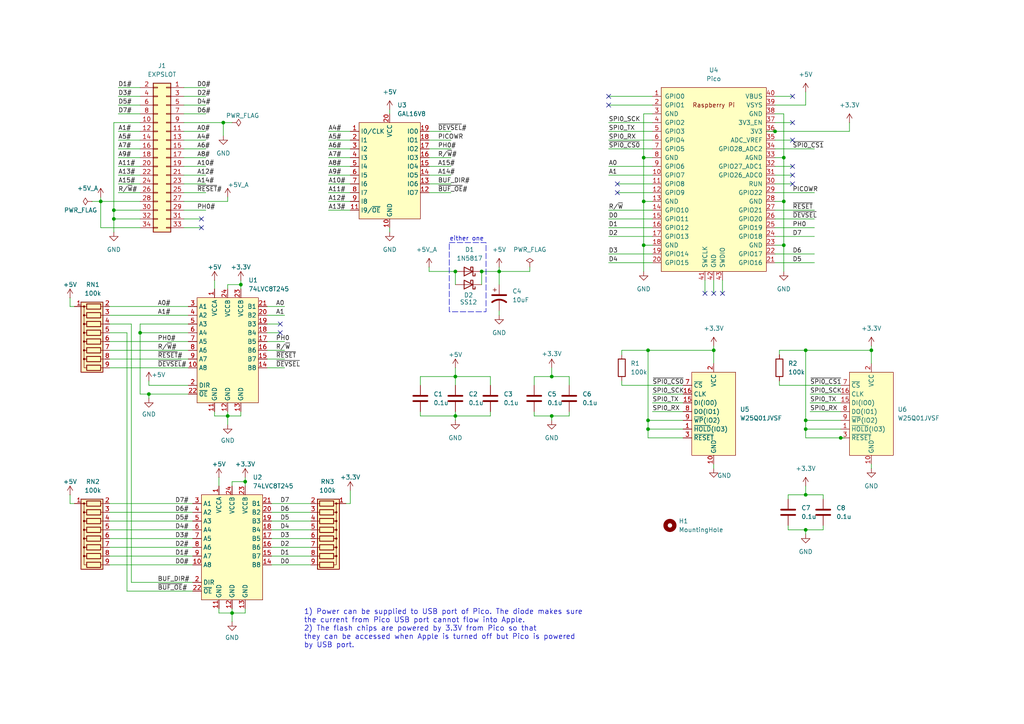
<source format=kicad_sch>
(kicad_sch (version 20250114) (generator "eeschema") (generator_version "9.0")
  (paper "A4")
  (title_block (title "MegaFlash") (date "2024-05-25") (rev "1.1"))
  (lib_symbols
    (symbol "+3.3V_1" (power) (pin_numbers (hide yes)) (pin_names (offset 0) (hide yes))
      (property "Value" "+3.3V" (at 0 3.556 0))
      (symbol "+3.3V_1_1_1"
        (pin power_in line (at 0 0 90) (length 0) (name "~") (number "1"))
      )
    )
    (symbol "+3.3V_2" (power) (pin_numbers (hide yes)) (pin_names (offset 0) (hide yes))
      (property "Value" "+3.3V" (at 0 3.556 0))
      (symbol "+3.3V_2_1_1"
        (pin power_in line (at 0 0 90) (length 0) (name "~") (number "1"))
      )
    )
    (symbol "+5V_1" (power) (pin_numbers (hide yes)) (pin_names (offset 0) (hide yes))
      (property "Value" "+5V" (at 0 3.556 0))
      (symbol "+5V_1_1_1"
        (pin power_in line (at 0 0 90) (length 0) (name "~") (number "1"))
      )
    )
    (symbol "+5V_3" (power) (pin_numbers (hide yes)) (pin_names (offset 0) (hide yes))
      (property "Value" "+5V" (at 0 3.556 0))
      (symbol "+5V_3_1_1"
        (pin power_in line (at 0 0 90) (length 0) (name "~") (number "1"))
      )
    )
    (symbol "+5V_5" (power) (pin_numbers (hide yes)) (pin_names (offset 0) (hide yes))
      (property "Value" "+5V" (at 0 3.556 0))
      (symbol "+5V_5_1_1"
        (pin power_in line (at 0 0 90) (length 0) (name "~") (number "1"))
      )
    )
    (symbol "Connector_Generic:Conn_02x17_Odd_Even" (pin_names (offset 1.016) (hide yes))
      (property "Reference" "J" (at 1.27 22.86 0))
      (property "Value" "Conn_02x17_Odd_Even" (at 1.27 -22.86 0))
      (symbol "Conn_02x17_Odd_Even_1_1"
        (pin passive line (at -5.08 20.32 0) (length 3.81) (name "Pin_1") (number "1"))
        (pin passive line (at -5.08 17.78 0) (length 3.81) (name "Pin_3") (number "3"))
        (pin passive line (at -5.08 15.24 0) (length 3.81) (name "Pin_5") (number "5"))
        (pin passive line (at -5.08 12.7 0) (length 3.81) (name "Pin_7") (number "7"))
        (pin passive line (at -5.08 10.16 0) (length 3.81) (name "Pin_9") (number "9"))
        (pin passive line (at -5.08 7.62 0) (length 3.81) (name "Pin_11") (number "11"))
        (pin passive line (at -5.08 5.08 0) (length 3.81) (name "Pin_13") (number "13"))
        (pin passive line (at -5.08 2.54 0) (length 3.81) (name "Pin_15") (number "15"))
        (pin passive line (at -5.08 0 0) (length 3.81) (name "Pin_17") (number "17"))
        (pin passive line (at -5.08 -2.54 0) (length 3.81) (name "Pin_19") (number "19"))
        (pin passive line (at -5.08 -5.08 0) (length 3.81) (name "Pin_21") (number "21"))
        (pin passive line (at -5.08 -7.62 0) (length 3.81) (name "Pin_23") (number "23"))
        (pin passive line (at -5.08 -10.16 0) (length 3.81) (name "Pin_25") (number "25"))
        (pin passive line (at -5.08 -12.7 0) (length 3.81) (name "Pin_27") (number "27"))
        (pin passive line (at -5.08 -15.24 0) (length 3.81) (name "Pin_29") (number "29"))
        (pin passive line (at -5.08 -17.78 0) (length 3.81) (name "Pin_31") (number "31"))
        (pin passive line (at -5.08 -20.32 0) (length 3.81) (name "Pin_33") (number "33"))
        (pin passive line (at 7.62 20.32 180) (length 3.81) (name "Pin_2") (number "2"))
        (pin passive line (at 7.62 17.78 180) (length 3.81) (name "Pin_4") (number "4"))
        (pin passive line (at 7.62 15.24 180) (length 3.81) (name "Pin_6") (number "6"))
        (pin passive line (at 7.62 12.7 180) (length 3.81) (name "Pin_8") (number "8"))
        (pin passive line (at 7.62 10.16 180) (length 3.81) (name "Pin_10") (number "10"))
        (pin passive line (at 7.62 7.62 180) (length 3.81) (name "Pin_12") (number "12"))
        (pin passive line (at 7.62 5.08 180) (length 3.81) (name "Pin_14") (number "14"))
        (pin passive line (at 7.62 2.54 180) (length 3.81) (name "Pin_16") (number "16"))
        (pin passive line (at 7.62 0 180) (length 3.81) (name "Pin_18") (number "18"))
        (pin passive line (at 7.62 -2.54 180) (length 3.81) (name "Pin_20") (number "20"))
        (pin passive line (at 7.62 -5.08 180) (length 3.81) (name "Pin_22") (number "22"))
        (pin passive line (at 7.62 -7.62 180) (length 3.81) (name "Pin_24") (number "24"))
        (pin passive line (at 7.62 -10.16 180) (length 3.81) (name "Pin_26") (number "26"))
        (pin passive line (at 7.62 -12.7 180) (length 3.81) (name "Pin_28") (number "28"))
        (pin passive line (at 7.62 -15.24 180) (length 3.81) (name "Pin_30") (number "30"))
        (pin passive line (at 7.62 -17.78 180) (length 3.81) (name "Pin_32") (number "32"))
        (pin passive line (at 7.62 -20.32 180) (length 3.81) (name "Pin_34") (number "34"))
      )
    )
    (symbol "Device:C" (pin_numbers (hide yes)) (pin_names (offset 0.254))
      (property "Reference" "C" (at 0.635 2.54 0))
      (property "Value" "C" (at 0.635 -2.54 0))
      (symbol "C_1_1"
        (pin passive line (at 0 3.81 270) (length 2.794) (name "~") (number "1"))
        (pin passive line (at 0 -3.81 90) (length 2.794) (name "~") (number "2"))
      )
    )
    (symbol "Device:C_Polarized_US" (pin_numbers (hide yes)) (pin_names (offset 0.254) (hide yes))
      (property "Reference" "C" (at 0.635 2.54 0))
      (property "Value" "C_Polarized_US" (at 0.635 -2.54 0))
      (symbol "C_Polarized_US_1_1"
        (pin passive line (at 0 3.81 270) (length 2.794) (name "~") (number "1"))
        (pin passive line (at 0 -3.81 90) (length 3.302) (name "~") (number "2"))
      )
    )
    (symbol "Device:R" (pin_numbers (hide yes)) (pin_names (offset 0))
      (property "Reference" "R" (at 2.032 0 90))
      (property "Value" "R" (at 0 0 90))
      (symbol "R_1_1"
        (pin passive line (at 0 3.81 270) (length 1.27) (name "~") (number "1"))
        (pin passive line (at 0 -3.81 90) (length 1.27) (name "~") (number "2"))
      )
    )
    (symbol "Device:R_Network08" (pin_names (offset 0) (hide yes))
      (property "Reference" "RN" (at -12.7 0 90))
      (property "Value" "R_Network08" (at 10.16 0 90))
      (symbol "R_Network08_1_1"
        (pin passive line (at -10.16 5.08 270) (length 2.54) (name "common") (number "1"))
        (pin passive line (at -10.16 -5.08 90) (length 1.27) (name "R1") (number "2"))
        (pin passive line (at -7.62 -5.08 90) (length 1.27) (name "R2") (number "3"))
        (pin passive line (at -5.08 -5.08 90) (length 1.27) (name "R3") (number "4"))
        (pin passive line (at -2.54 -5.08 90) (length 1.27) (name "R4") (number "5"))
        (pin passive line (at 0 -5.08 90) (length 1.27) (name "R5") (number "6"))
        (pin passive line (at 2.54 -5.08 90) (length 1.27) (name "R6") (number "7"))
        (pin passive line (at 5.08 -5.08 90) (length 1.27) (name "R7") (number "8"))
        (pin passive line (at 7.62 -5.08 90) (length 1.27) (name "R8") (number "9"))
      )
    )
    (symbol "Diode:1N5817" (pin_numbers (hide yes)) (pin_names (offset 1.016) (hide yes))
      (property "Reference" "D" (at 0 2.54 0))
      (property "Value" "1N5817" (at 0 -2.54 0))
      (symbol "1N5817_1_1"
        (pin passive line (at -3.81 0 0) (length 2.54) (name "K") (number "1"))
        (pin passive line (at 3.81 0 180) (length 2.54) (name "A") (number "2"))
      )
    )
    (symbol "Diode:SS12" (pin_numbers (hide yes)) (pin_names (offset 1.016) (hide yes))
      (property "Reference" "D" (at 0 2.54 0))
      (property "Value" "SS12" (at 0 -2.54 0))
      (symbol "SS12_1_1"
        (pin passive line (at -3.81 0 0) (length 2.54) (name "K") (number "1"))
        (pin passive line (at 3.81 0 180) (length 2.54) (name "A") (number "2"))
      )
    )
    (symbol "GND_1" (power) (pin_numbers (hide yes)) (pin_names (offset 0) (hide yes))
      (property "Value" "GND" (at 0 -3.81 0))
      (symbol "GND_1_1_1"
        (pin power_in line (at 0 0 270) (length 0) (name "~") (number "1"))
      )
    )
    (symbol "GND_2" (power) (pin_numbers (hide yes)) (pin_names (offset 0) (hide yes))
      (property "Value" "GND" (at 0 -3.81 0))
      (symbol "GND_2_1_1"
        (pin power_in line (at 0 0 270) (length 0) (name "~") (number "1"))
      )
    )
    (symbol "GND_4" (power) (pin_numbers (hide yes)) (pin_names (offset 0) (hide yes))
      (property "Value" "GND" (at 0 -3.81 0))
      (symbol "GND_4_1_1"
        (pin power_in line (at 0 0 270) (length 0) (name "~") (number "1"))
      )
    )
    (symbol "GND_5" (power) (pin_numbers (hide yes)) (pin_names (offset 0) (hide yes))
      (property "Value" "GND" (at 0 -3.81 0))
      (symbol "GND_5_1_1"
        (pin power_in line (at 0 0 270) (length 0) (name "~") (number "1"))
      )
    )
    (symbol "GND_6" (power) (pin_numbers (hide yes)) (pin_names (offset 0) (hide yes))
      (property "Value" "GND" (at 0 -3.81 0))
      (symbol "GND_6_1_1"
        (pin power_in line (at 0 0 270) (length 0) (name "~") (number "1"))
      )
    )
    (symbol "GND_7" (power) (pin_numbers (hide yes)) (pin_names (offset 0) (hide yes))
      (property "Value" "GND" (at 0 -3.81 0))
      (symbol "GND_7_1_1"
        (pin power_in line (at 0 0 270) (length 0) (name "~") (number "1"))
      )
    )
    (symbol "GND_8" (power) (pin_numbers (hide yes)) (pin_names (offset 0) (hide yes))
      (property "Value" "GND" (at 0 -3.81 0))
      (symbol "GND_8_1_1"
        (pin power_in line (at 0 0 270) (length 0) (name "~") (number "1"))
      )
    )
    (symbol "Level_Shifter:74LVC8T245"
      (property "Reference" "U" (at 0 23.495 0))
      (property "Value" "74LVC8T245" (at 0 21.59 0))
      (symbol "74LVC8T245_1_1"
        (pin bidirectional line (at -11.43 12.7 0) (length 2.54) (name "A1") (number "3"))
        (pin bidirectional line (at -11.43 10.16 0) (length 2.54) (name "A2") (number "4"))
        (pin bidirectional line (at -11.43 7.62 0) (length 2.54) (name "A3") (number "5"))
        (pin bidirectional line (at -11.43 5.08 0) (length 2.54) (name "A4") (number "6"))
        (pin bidirectional line (at -11.43 2.54 0) (length 2.54) (name "A5") (number "7"))
        (pin bidirectional line (at -11.43 0 0) (length 2.54) (name "A6") (number "8"))
        (pin bidirectional line (at -11.43 -2.54 0) (length 2.54) (name "A7") (number "9"))
        (pin bidirectional line (at -11.43 -5.08 0) (length 2.54) (name "A8") (number "10"))
        (pin input line (at -11.43 -10.16 0) (length 2.54) (name "DIR") (number "2"))
        (pin input line (at -11.43 -12.7 0) (length 2.54) (name "~{OE}") (number "22"))
        (pin power_in line (at -3.81 17.78 270) (length 2.54) (name "VCCA") (number "1"))
        (pin power_in line (at -3.81 -17.78 90) (length 2.54) (name "GND") (number "11"))
        (pin power_in line (at 0 17.78 270) (length 2.54) (name "VCCB") (number "24"))
        (pin power_in line (at 0 -17.78 90) (length 2.54) (name "GND") (number "12"))
        (pin power_in line (at 3.81 17.78 270) (length 2.54) (name "VCCB") (number "23"))
        (pin power_in line (at 3.81 -17.78 90) (length 2.54) (name "GND") (number "13"))
        (pin bidirectional line (at 11.43 12.7 180) (length 2.54) (name "B1") (number "21"))
        (pin bidirectional line (at 11.43 10.16 180) (length 2.54) (name "B2") (number "20"))
        (pin bidirectional line (at 11.43 7.62 180) (length 2.54) (name "B3") (number "19"))
        (pin bidirectional line (at 11.43 5.08 180) (length 2.54) (name "B4") (number "18"))
        (pin bidirectional line (at 11.43 2.54 180) (length 2.54) (name "B5") (number "17"))
        (pin bidirectional line (at 11.43 0 180) (length 2.54) (name "B6") (number "16"))
        (pin bidirectional line (at 11.43 -2.54 180) (length 2.54) (name "B7") (number "15"))
        (pin bidirectional line (at 11.43 -5.08 180) (length 2.54) (name "B8") (number "14"))
      )
    )
    (symbol "MCU_RhaspberryPi_and_Boards:Pico" (pin_names (offset 1.016))
      (property "Reference" "U" (at -13.97 27.94 0))
      (property "Value" "Pico" (at 0 19.05 0))
      (symbol "Pico_0_0"
        (text "Raspberry Pi" (at 0 21.59 0) (effects (font (size 1.27 1.27))))
      )
      (symbol "Pico_1_1"
        (pin bidirectional line (at -17.78 24.13 0) (length 2.54) (name "GPIO0") (number "1"))
        (pin bidirectional line (at -17.78 21.59 0) (length 2.54) (name "GPIO1") (number "2"))
        (pin power_in line (at -17.78 19.05 0) (length 2.54) (name "GND") (number "3"))
        (pin bidirectional line (at -17.78 16.51 0) (length 2.54) (name "GPIO2") (number "4"))
        (pin bidirectional line (at -17.78 13.97 0) (length 2.54) (name "GPIO3") (number "5"))
        (pin bidirectional line (at -17.78 11.43 0) (length 2.54) (name "GPIO4") (number "6"))
        (pin bidirectional line (at -17.78 8.89 0) (length 2.54) (name "GPIO5") (number "7"))
        (pin power_in line (at -17.78 6.35 0) (length 2.54) (name "GND") (number "8"))
        (pin bidirectional line (at -17.78 3.81 0) (length 2.54) (name "GPIO6") (number "9"))
        (pin bidirectional line (at -17.78 1.27 0) (length 2.54) (name "GPIO7") (number "10"))
        (pin bidirectional line (at -17.78 -1.27 0) (length 2.54) (name "GPIO8") (number "11"))
        (pin bidirectional line (at -17.78 -3.81 0) (length 2.54) (name "GPIO9") (number "12"))
        (pin power_in line (at -17.78 -6.35 0) (length 2.54) (name "GND") (number "13"))
        (pin bidirectional line (at -17.78 -8.89 0) (length 2.54) (name "GPIO10") (number "14"))
        (pin bidirectional line (at -17.78 -11.43 0) (length 2.54) (name "GPIO11") (number "15"))
        (pin bidirectional line (at -17.78 -13.97 0) (length 2.54) (name "GPIO12") (number "16"))
        (pin bidirectional line (at -17.78 -16.51 0) (length 2.54) (name "GPIO13") (number "17"))
        (pin power_in line (at -17.78 -19.05 0) (length 2.54) (name "GND") (number "18"))
        (pin bidirectional line (at -17.78 -21.59 0) (length 2.54) (name "GPIO14") (number "19"))
        (pin bidirectional line (at -17.78 -24.13 0) (length 2.54) (name "GPIO15") (number "20"))
        (pin input line (at -2.54 -29.21 90) (length 2.54) (name "SWCLK") (number "41"))
        (pin power_in line (at 0 -29.21 90) (length 2.54) (name "GND") (number "42"))
        (pin bidirectional line (at 2.54 -29.21 90) (length 2.54) (name "SWDIO") (number "43"))
        (pin power_out line (at 17.78 24.13 180) (length 2.54) (name "VBUS") (number "40"))
        (pin power_in line (at 17.78 21.59 180) (length 2.54) (name "VSYS") (number "39"))
        (pin power_in line (at 17.78 19.05 180) (length 2.54) (name "GND") (number "38"))
        (pin input line (at 17.78 16.51 180) (length 2.54) (name "3V3_EN") (number "37"))
        (pin power_out line (at 17.78 13.97 180) (length 2.54) (name "3V3") (number "36"))
        (pin input line (at 17.78 11.43 180) (length 2.54) (name "ADC_VREF") (number "35"))
        (pin bidirectional line (at 17.78 8.89 180) (length 2.54) (name "GPIO28_ADC2") (number "34"))
        (pin power_in line (at 17.78 6.35 180) (length 2.54) (name "AGND") (number "33"))
        (pin bidirectional line (at 17.78 3.81 180) (length 2.54) (name "GPIO27_ADC1") (number "32"))
        (pin bidirectional line (at 17.78 1.27 180) (length 2.54) (name "GPIO26_ADC0") (number "31"))
        (pin input line (at 17.78 -1.27 180) (length 2.54) (name "RUN") (number "30"))
        (pin bidirectional line (at 17.78 -3.81 180) (length 2.54) (name "GPIO22") (number "29"))
        (pin power_in line (at 17.78 -6.35 180) (length 2.54) (name "GND") (number "28"))
        (pin bidirectional line (at 17.78 -8.89 180) (length 2.54) (name "GPIO21") (number "27"))
        (pin bidirectional line (at 17.78 -11.43 180) (length 2.54) (name "GPIO20") (number "26"))
        (pin bidirectional line (at 17.78 -13.97 180) (length 2.54) (name "GPIO19") (number "25"))
        (pin bidirectional line (at 17.78 -16.51 180) (length 2.54) (name "GPIO18") (number "24"))
        (pin power_in line (at 17.78 -19.05 180) (length 2.54) (name "GND") (number "23"))
        (pin bidirectional line (at 17.78 -21.59 180) (length 2.54) (name "GPIO17") (number "22"))
        (pin bidirectional line (at 17.78 -24.13 180) (length 2.54) (name "GPIO16") (number "21"))
      )
    )
    (symbol "Mechanical:MountingHole" (pin_names (offset 1.016)) (exclude_from_sim yes) (in_bom no)
      (property "Reference" "H" (at 0 5.08 0))
      (property "Value" "MountingHole" (at 0 3.175 0))
    )
    (symbol "Memory_Winbond:W25Q01JVSF"
      (property "Reference" "U" (at 7.366 1.524 0))
      (property "Value" "W25Q01JVSF" (at 12.7 -0.254 0))
      (symbol "W25Q01JVSF_1_0"
        (pin no_connect line (at 8.89 7.62 180) (length 2.54) (hide yes) (name "") (number "4"))
        (pin no_connect line (at 8.89 5.08 180) (length 2.54) (hide yes) (name "") (number "5"))
        (pin no_connect line (at 8.89 2.54 180) (length 2.54) (hide yes) (name "") (number "6"))
        (pin no_connect line (at 8.89 -2.54 180) (length 2.54) (hide yes) (name "") (number "11"))
        (pin no_connect line (at 8.89 -5.08 180) (length 2.54) (hide yes) (name "") (number "12"))
        (pin no_connect line (at 8.89 -7.62 180) (length 2.54) (hide yes) (name "") (number "13"))
        (pin no_connect line (at 8.89 -10.16 180) (length 2.54) (hide yes) (name "") (number "14"))
      )
      (symbol "W25Q01JVSF_1_1"
        (pin input line (at -8.89 7.62 0) (length 2.54) (name "~{CS}") (number "7"))
        (pin input line (at -8.89 5.08 0) (length 2.54) (name "CLK") (number "16"))
        (pin bidirectional line (at -8.89 2.54 0) (length 2.54) (name "DI(IO0)") (number "15"))
        (pin bidirectional line (at -8.89 0 0) (length 2.54) (name "DO(IO1)") (number "8"))
        (pin passive line (at -8.89 -2.54 0) (length 2.54) (name "~{WP}(IO2)") (number "9"))
        (pin passive line (at -8.89 -5.08 0) (length 2.54) (name "~{HOLD}(IO3)") (number "1"))
        (pin input line (at -8.89 -7.62 0) (length 2.54) (name "~{RESET}") (number "3"))
        (pin power_in line (at 0 13.97 270) (length 2.54) (name "VCC") (number "2"))
        (pin power_in line (at 0 -15.24 90) (length 2.54) (name "GND") (number "10"))
      )
    )
    (symbol "PLD:GAL16V8"
      (property "Reference" "U" (at 0 21.59 0))
      (property "Value" "GAL16V8" (at 0 19.05 0))
      (symbol "GAL16V8_1_1"
        (pin input line (at -11.43 11.43 0) (length 2.54) (name "I0/CLK") (number "1"))
        (pin input line (at -11.43 8.89 0) (length 2.54) (name "I1") (number "2"))
        (pin input line (at -11.43 6.35 0) (length 2.54) (name "I2") (number "3"))
        (pin input line (at -11.43 3.81 0) (length 2.54) (name "I3") (number "4"))
        (pin input line (at -11.43 1.27 0) (length 2.54) (name "I4") (number "5"))
        (pin input line (at -11.43 -1.27 0) (length 2.54) (name "I5") (number "6"))
        (pin input line (at -11.43 -3.81 0) (length 2.54) (name "I6") (number "7"))
        (pin input line (at -11.43 -6.35 0) (length 2.54) (name "I7") (number "8"))
        (pin input line (at -11.43 -8.89 0) (length 2.54) (name "I8") (number "9"))
        (pin input line (at -11.43 -11.43 0) (length 2.54) (name "I9/~{OE}") (number "11"))
        (pin power_in line (at 0 16.51 270) (length 2.54) (name "VCC") (number "20"))
        (pin power_in line (at 0 -16.51 90) (length 2.54) (name "GND") (number "10"))
        (pin bidirectional line (at 11.43 11.43 180) (length 2.54) (name "IO0") (number "19"))
        (pin bidirectional line (at 11.43 8.89 180) (length 2.54) (name "IO1") (number "18"))
        (pin bidirectional line (at 11.43 6.35 180) (length 2.54) (name "IO2") (number "17"))
        (pin bidirectional line (at 11.43 3.81 180) (length 2.54) (name "IO3") (number "16"))
        (pin bidirectional line (at 11.43 1.27 180) (length 2.54) (name "IO4") (number "15"))
        (pin bidirectional line (at 11.43 -1.27 180) (length 2.54) (name "IO5") (number "14"))
        (pin bidirectional line (at 11.43 -3.81 180) (length 2.54) (name "IO6") (number "13"))
        (pin bidirectional line (at 11.43 -6.35 180) (length 2.54) (name "IO7") (number "12"))
      )
    )
    (symbol "PWR_FLAG_1" (power) (pin_numbers (hide yes)) (pin_names (offset 0) (hide yes))
      (property "Value" "PWR_FLAG" (at 0 3.81 0))
      (symbol "PWR_FLAG_1_0_0"
        (pin power_out line (at 0 0 90) (length 0) (name "~") (number "1"))
      )
    )
    (symbol "PWR_FLAG_2" (power) (pin_numbers (hide yes)) (pin_names (offset 0) (hide yes))
      (property "Value" "PWR_FLAG" (at 0 3.81 0))
      (symbol "PWR_FLAG_2_0_0"
        (pin power_out line (at 0 0 90) (length 0) (name "~") (number "1"))
      )
    )
    (symbol "power:+5V" (power) (pin_numbers (hide yes)) (pin_names (offset 0) (hide yes))
      (property "Value" "+5V" (at 0 3.556 0))
      (symbol "+5V_1_1"
        (pin power_in line (at 0 0 90) (length 0) (name "~") (number "1"))
      )
    )
  )
  (rectangle (start 130.302 70.358) (end 140.97 90.424) (stroke (width 0) (type dash)))
  (text "1) Power can be supplied to USB port of Pico. The diode makes sure \nthe current from Pico USB port cannot flow into Apple.\n2) The flash chips are powered by 3.3V from Pico so that\nthey can be accessed when Apple is turned off but Pico is powered \nby USB port." (at 88.138 182.372 0) (effects (font (size 1.5 1.5)) (justify left)))
  (text "either one" (at 135.382 69.342 0) (effects (font (size 1.27 1.27))))
  (junction (at 132.08 78.74))
  (junction (at 233.68 124.46))
  (junction (at 43.18 114.3))
  (junction (at 33.02 63.5))
  (junction (at 132.08 120.65))
  (junction (at 233.68 121.92))
  (junction (at 187.96 101.6))
  (junction (at 186.69 45.72))
  (junction (at 71.12 139.7))
  (junction (at 132.08 109.22))
  (junction (at 187.96 121.92))
  (junction (at 227.33 71.12))
  (junction (at 66.04 120.65))
  (junction (at 186.69 71.12))
  (junction (at 252.73 101.6))
  (junction (at 233.68 101.6))
  (junction (at 33.02 60.96))
  (junction (at 160.02 120.65))
  (junction (at 207.01 101.6))
  (junction (at 227.33 58.42))
  (junction (at 69.85 82.55))
  (junction (at 227.33 45.72))
  (junction (at 233.68 143.51))
  (junction (at 139.7 78.74))
  (junction (at 160.02 109.22))
  (junction (at 224.79 38.1))
  (junction (at 40.64 96.52))
  (junction (at 187.96 124.46))
  (junction (at 29.21 58.42))
  (junction (at 144.78 78.74))
  (junction (at 64.77 35.56))
  (junction (at 233.68 153.67))
  (junction (at 67.31 177.8))
  (junction (at 186.69 58.42))
  (junction (at 243.84 127))
  (no_connect (at 58.42 66.04))
  (no_connect (at 179.07 53.34))
  (no_connect (at 179.07 55.88))
  (no_connect (at 229.87 27.94))
  (no_connect (at 229.87 53.34))
  (no_connect (at 229.87 50.8))
  (no_connect (at 58.42 63.5))
  (no_connect (at 229.87 48.26))
  (no_connect (at 176.53 27.94))
  (no_connect (at 229.87 40.64))
  (no_connect (at 209.55 85.09))
  (no_connect (at 81.28 96.52))
  (no_connect (at 204.47 85.09))
  (no_connect (at 176.53 30.48))
  (no_connect (at 81.28 93.98))
  (no_connect (at 207.01 85.09))
  (no_connect (at 229.87 35.56))
  (wire (pts (xy 124.46 38.1) (xy 130.81 38.1)))
  (wire (pts (xy 40.64 96.52) (xy 40.64 114.3)))
  (wire (pts (xy 224.79 58.42) (xy 227.33 58.42)))
  (wire (pts (xy 176.53 66.04) (xy 189.23 66.04)))
  (wire (pts (xy 40.64 96.52) (xy 40.64 93.98)))
  (wire (pts (xy 176.53 60.96) (xy 189.23 60.96)))
  (wire (pts (xy 53.34 66.04) (xy 58.42 66.04)))
  (wire (pts (xy 228.6 143.51) (xy 228.6 144.78)))
  (wire (pts (xy 234.95 114.3) (xy 243.84 114.3)))
  (wire (pts (xy 165.1 109.22) (xy 165.1 111.76)))
  (wire (pts (xy 224.79 30.48) (xy 233.68 30.48)))
  (wire (pts (xy 224.79 68.58) (xy 236.22 68.58)))
  (wire (pts (xy 224.79 38.1) (xy 246.38 38.1)))
  (wire (pts (xy 62.23 81.28) (xy 62.23 83.82)))
  (wire (pts (xy 34.29 48.26) (xy 40.64 48.26)))
  (wire (pts (xy 31.75 163.83) (xy 55.88 163.83)))
  (wire (pts (xy 139.7 78.74) (xy 139.7 82.55)))
  (wire (pts (xy 132.08 78.74) (xy 132.08 82.55)))
  (wire (pts (xy 67.31 140.97) (xy 67.31 139.7)))
  (wire (pts (xy 209.55 81.28) (xy 209.55 85.09)))
  (wire (pts (xy 160.02 120.65) (xy 160.02 121.92)))
  (wire (pts (xy 95.25 53.34) (xy 101.6 53.34)))
  (wire (pts (xy 154.94 111.76) (xy 154.94 109.22)))
  (wire (pts (xy 34.29 30.48) (xy 40.64 30.48)))
  (wire (pts (xy 144.78 78.74) (xy 153.67 78.74)))
  (wire (pts (xy 224.79 43.18) (xy 236.22 43.18)))
  (wire (pts (xy 95.25 40.64) (xy 101.6 40.64)))
  (wire (pts (xy 124.46 53.34) (xy 130.81 53.34)))
  (wire (pts (xy 33.02 60.96) (xy 33.02 35.56)))
  (wire (pts (xy 144.78 77.47) (xy 144.78 78.74)))
  (wire (pts (xy 233.68 124.46) (xy 233.68 127)))
  (wire (pts (xy 234.95 116.84) (xy 243.84 116.84)))
  (wire (pts (xy 189.23 71.12) (xy 186.69 71.12)))
  (wire (pts (xy 78.74 146.05) (xy 90.17 146.05)))
  (wire (pts (xy 33.02 60.96) (xy 33.02 63.5)))
  (wire (pts (xy 20.32 143.51) (xy 20.32 146.05)))
  (wire (pts (xy 224.79 40.64) (xy 229.87 40.64)))
  (wire (pts (xy 62.23 119.38) (xy 62.23 120.65)))
  (wire (pts (xy 77.47 96.52) (xy 81.28 96.52)))
  (wire (pts (xy 95.25 55.88) (xy 101.6 55.88)))
  (wire (pts (xy 224.79 45.72) (xy 227.33 45.72)))
  (wire (pts (xy 144.78 90.17) (xy 144.78 91.44)))
  (wire (pts (xy 101.6 146.05) (xy 100.33 146.05)))
  (wire (pts (xy 187.96 121.92) (xy 187.96 124.46)))
  (wire (pts (xy 176.53 43.18) (xy 189.23 43.18)))
  (wire (pts (xy 238.76 143.51) (xy 238.76 144.78)))
  (wire (pts (xy 207.01 100.33) (xy 207.01 101.6)))
  (wire (pts (xy 139.7 78.74) (xy 144.78 78.74)))
  (wire (pts (xy 20.32 146.05) (xy 21.59 146.05)))
  (wire (pts (xy 233.68 26.67) (xy 233.68 30.48)))
  (wire (pts (xy 77.47 93.98) (xy 81.28 93.98)))
  (wire (pts (xy 53.34 27.94) (xy 59.69 27.94)))
  (wire (pts (xy 53.34 50.8) (xy 59.69 50.8)))
  (wire (pts (xy 69.85 82.55) (xy 69.85 83.82)))
  (wire (pts (xy 78.74 148.59) (xy 90.17 148.59)))
  (wire (pts (xy 63.5 138.43) (xy 63.5 140.97)))
  (wire (pts (xy 233.68 101.6) (xy 252.73 101.6)))
  (wire (pts (xy 38.1 168.91) (xy 55.88 168.91)))
  (wire (pts (xy 186.69 33.02) (xy 186.69 45.72)))
  (wire (pts (xy 154.94 120.65) (xy 160.02 120.65)))
  (wire (pts (xy 38.1 93.98) (xy 38.1 168.91)))
  (wire (pts (xy 66.04 120.65) (xy 66.04 123.19)))
  (wire (pts (xy 95.25 58.42) (xy 101.6 58.42)))
  (wire (pts (xy 53.34 58.42) (xy 66.04 58.42)))
  (wire (pts (xy 224.79 27.94) (xy 229.87 27.94)))
  (wire (pts (xy 34.29 25.4) (xy 40.64 25.4)))
  (wire (pts (xy 226.06 110.49) (xy 226.06 111.76)))
  (wire (pts (xy 233.68 121.92) (xy 243.84 121.92)))
  (wire (pts (xy 31.75 91.44) (xy 54.61 91.44)))
  (wire (pts (xy 34.29 27.94) (xy 40.64 27.94)))
  (wire (pts (xy 40.64 96.52) (xy 54.61 96.52)))
  (wire (pts (xy 224.79 33.02) (xy 227.33 33.02)))
  (wire (pts (xy 204.47 81.28) (xy 204.47 85.09)))
  (wire (pts (xy 69.85 119.38) (xy 69.85 120.65)))
  (wire (pts (xy 233.68 121.92) (xy 233.68 124.46)))
  (wire (pts (xy 227.33 45.72) (xy 227.33 58.42)))
  (wire (pts (xy 31.75 88.9) (xy 54.61 88.9)))
  (wire (pts (xy 207.01 101.6) (xy 207.01 105.41)))
  (wire (pts (xy 187.96 124.46) (xy 198.12 124.46)))
  (wire (pts (xy 78.74 161.29) (xy 90.17 161.29)))
  (wire (pts (xy 53.34 45.72) (xy 59.69 45.72)))
  (wire (pts (xy 245.11 127) (xy 243.84 127)))
  (wire (pts (xy 34.29 38.1) (xy 40.64 38.1)))
  (wire (pts (xy 224.79 73.66) (xy 236.22 73.66)))
  (wire (pts (xy 121.92 120.65) (xy 132.08 120.65)))
  (wire (pts (xy 238.76 153.67) (xy 238.76 152.4)))
  (wire (pts (xy 144.78 78.74) (xy 144.78 82.55)))
  (wire (pts (xy 53.34 30.48) (xy 59.69 30.48)))
  (wire (pts (xy 33.02 35.56) (xy 40.64 35.56)))
  (wire (pts (xy 66.04 120.65) (xy 69.85 120.65)))
  (wire (pts (xy 77.47 106.68) (xy 82.55 106.68)))
  (wire (pts (xy 228.6 153.67) (xy 233.68 153.67)))
  (wire (pts (xy 71.12 139.7) (xy 71.12 140.97)))
  (wire (pts (xy 186.69 33.02) (xy 189.23 33.02)))
  (wire (pts (xy 64.77 35.56) (xy 64.77 39.37)))
  (wire (pts (xy 179.07 55.88) (xy 189.23 55.88)))
  (wire (pts (xy 95.25 50.8) (xy 101.6 50.8)))
  (wire (pts (xy 176.53 35.56) (xy 189.23 35.56)))
  (wire (pts (xy 180.34 110.49) (xy 180.34 111.76)))
  (wire (pts (xy 124.46 78.74) (xy 132.08 78.74)))
  (wire (pts (xy 180.34 101.6) (xy 180.34 102.87)))
  (wire (pts (xy 187.96 101.6) (xy 207.01 101.6)))
  (wire (pts (xy 222.25 38.1) (xy 224.79 38.1)))
  (wire (pts (xy 180.34 111.76) (xy 198.12 111.76)))
  (wire (pts (xy 233.68 153.67) (xy 233.68 154.94)))
  (wire (pts (xy 121.92 109.22) (xy 132.08 109.22)))
  (wire (pts (xy 95.25 60.96) (xy 101.6 60.96)))
  (wire (pts (xy 31.75 106.68) (xy 54.61 106.68)))
  (wire (pts (xy 53.34 55.88) (xy 59.69 55.88)))
  (wire (pts (xy 224.79 63.5) (xy 236.22 63.5)))
  (wire (pts (xy 64.77 35.56) (xy 67.31 35.56)))
  (wire (pts (xy 69.85 81.28) (xy 69.85 82.55)))
  (wire (pts (xy 77.47 99.06) (xy 82.55 99.06)))
  (wire (pts (xy 224.79 60.96) (xy 236.22 60.96)))
  (wire (pts (xy 34.29 33.02) (xy 40.64 33.02)))
  (wire (pts (xy 34.29 50.8) (xy 40.64 50.8)))
  (wire (pts (xy 180.34 101.6) (xy 187.96 101.6)))
  (wire (pts (xy 233.68 101.6) (xy 233.68 121.92)))
  (wire (pts (xy 179.07 53.34) (xy 189.23 53.34)))
  (wire (pts (xy 176.53 38.1) (xy 189.23 38.1)))
  (wire (pts (xy 228.6 143.51) (xy 233.68 143.51)))
  (wire (pts (xy 34.29 55.88) (xy 40.64 55.88)))
  (wire (pts (xy 113.03 66.04) (xy 113.03 67.31)))
  (wire (pts (xy 53.34 48.26) (xy 59.69 48.26)))
  (wire (pts (xy 67.31 139.7) (xy 71.12 139.7)))
  (wire (pts (xy 186.69 45.72) (xy 189.23 45.72)))
  (wire (pts (xy 252.73 101.6) (xy 252.73 105.41)))
  (wire (pts (xy 33.02 63.5) (xy 33.02 67.31)))
  (wire (pts (xy 132.08 109.22) (xy 132.08 111.76)))
  (wire (pts (xy 233.68 140.97) (xy 233.68 143.51)))
  (wire (pts (xy 71.12 138.43) (xy 71.12 139.7)))
  (wire (pts (xy 176.53 48.26) (xy 189.23 48.26)))
  (wire (pts (xy 226.06 111.76) (xy 243.84 111.76)))
  (wire (pts (xy 53.34 60.96) (xy 59.69 60.96)))
  (wire (pts (xy 124.46 55.88) (xy 130.81 55.88)))
  (wire (pts (xy 101.6 142.24) (xy 101.6 146.05)))
  (wire (pts (xy 227.33 33.02) (xy 227.33 45.72)))
  (wire (pts (xy 176.53 27.94) (xy 189.23 27.94)))
  (wire (pts (xy 224.79 48.26) (xy 229.87 48.26)))
  (wire (pts (xy 31.75 104.14) (xy 54.61 104.14)))
  (wire (pts (xy 95.25 43.18) (xy 101.6 43.18)))
  (wire (pts (xy 77.47 91.44) (xy 82.55 91.44)))
  (wire (pts (xy 53.34 53.34) (xy 59.69 53.34)))
  (wire (pts (xy 160.02 106.68) (xy 160.02 109.22)))
  (wire (pts (xy 95.25 38.1) (xy 101.6 38.1)))
  (wire (pts (xy 78.74 153.67) (xy 90.17 153.67)))
  (wire (pts (xy 243.84 127) (xy 233.68 127)))
  (wire (pts (xy 189.23 116.84) (xy 198.12 116.84)))
  (wire (pts (xy 124.46 50.8) (xy 130.81 50.8)))
  (wire (pts (xy 233.68 124.46) (xy 243.84 124.46)))
  (wire (pts (xy 31.75 93.98) (xy 38.1 93.98)))
  (wire (pts (xy 71.12 177.8) (xy 71.12 176.53)))
  (wire (pts (xy 36.83 171.45) (xy 55.88 171.45)))
  (wire (pts (xy 224.79 55.88) (xy 236.22 55.88)))
  (wire (pts (xy 189.23 58.42) (xy 186.69 58.42)))
  (wire (pts (xy 53.34 40.64) (xy 59.69 40.64)))
  (wire (pts (xy 78.74 151.13) (xy 90.17 151.13)))
  (wire (pts (xy 224.79 53.34) (xy 229.87 53.34)))
  (wire (pts (xy 224.79 76.2) (xy 236.22 76.2)))
  (wire (pts (xy 77.47 104.14) (xy 82.55 104.14)))
  (wire (pts (xy 176.53 63.5) (xy 189.23 63.5)))
  (wire (pts (xy 224.79 35.56) (xy 229.87 35.56)))
  (wire (pts (xy 124.46 48.26) (xy 130.81 48.26)))
  (wire (pts (xy 34.29 43.18) (xy 40.64 43.18)))
  (wire (pts (xy 53.34 38.1) (xy 59.69 38.1)))
  (wire (pts (xy 246.38 35.56) (xy 246.38 38.1)))
  (wire (pts (xy 176.53 40.64) (xy 189.23 40.64)))
  (wire (pts (xy 67.31 176.53) (xy 67.31 177.8)))
  (wire (pts (xy 233.68 143.51) (xy 238.76 143.51)))
  (wire (pts (xy 66.04 57.15) (xy 66.04 58.42)))
  (wire (pts (xy 132.08 109.22) (xy 142.24 109.22)))
  (wire (pts (xy 252.73 100.33) (xy 252.73 101.6)))
  (wire (pts (xy 186.69 71.12) (xy 186.69 58.42)))
  (wire (pts (xy 29.21 66.04) (xy 40.64 66.04)))
  (wire (pts (xy 43.18 110.49) (xy 43.18 111.76)))
  (wire (pts (xy 132.08 106.68) (xy 132.08 109.22)))
  (wire (pts (xy 31.75 99.06) (xy 54.61 99.06)))
  (wire (pts (xy 187.96 121.92) (xy 198.12 121.92)))
  (wire (pts (xy 124.46 45.72) (xy 130.81 45.72)))
  (wire (pts (xy 29.21 58.42) (xy 40.64 58.42)))
  (wire (pts (xy 31.75 101.6) (xy 54.61 101.6)))
  (wire (pts (xy 160.02 120.65) (xy 165.1 120.65)))
  (wire (pts (xy 124.46 43.18) (xy 130.81 43.18)))
  (wire (pts (xy 34.29 53.34) (xy 40.64 53.34)))
  (wire (pts (xy 77.47 88.9) (xy 82.55 88.9)))
  (wire (pts (xy 207.01 134.62) (xy 207.01 135.89)))
  (wire (pts (xy 78.74 163.83) (xy 90.17 163.83)))
  (wire (pts (xy 78.74 156.21) (xy 90.17 156.21)))
  (wire (pts (xy 43.18 114.3) (xy 54.61 114.3)))
  (wire (pts (xy 176.53 73.66) (xy 189.23 73.66)))
  (wire (pts (xy 226.06 102.87) (xy 226.06 101.6)))
  (wire (pts (xy 121.92 119.38) (xy 121.92 120.65)))
  (wire (pts (xy 142.24 109.22) (xy 142.24 111.76)))
  (wire (pts (xy 31.75 158.75) (xy 55.88 158.75)))
  (wire (pts (xy 62.23 120.65) (xy 66.04 120.65)))
  (wire (pts (xy 224.79 50.8) (xy 229.87 50.8)))
  (wire (pts (xy 226.06 101.6) (xy 233.68 101.6)))
  (wire (pts (xy 31.75 148.59) (xy 55.88 148.59)))
  (wire (pts (xy 63.5 176.53) (xy 63.5 177.8)))
  (wire (pts (xy 187.96 127) (xy 198.12 127)))
  (wire (pts (xy 31.75 153.67) (xy 55.88 153.67)))
  (wire (pts (xy 31.75 146.05) (xy 55.88 146.05)))
  (wire (pts (xy 31.75 96.52) (xy 36.83 96.52)))
  (wire (pts (xy 29.21 57.15) (xy 29.21 58.42)))
  (wire (pts (xy 53.34 25.4) (xy 59.69 25.4)))
  (wire (pts (xy 176.53 50.8) (xy 189.23 50.8)))
  (wire (pts (xy 165.1 119.38) (xy 165.1 120.65)))
  (wire (pts (xy 20.32 86.36) (xy 20.32 88.9)))
  (wire (pts (xy 187.96 124.46) (xy 187.96 127)))
  (wire (pts (xy 224.79 71.12) (xy 227.33 71.12)))
  (wire (pts (xy 40.64 93.98) (xy 54.61 93.98)))
  (wire (pts (xy 132.08 120.65) (xy 132.08 121.92)))
  (wire (pts (xy 187.96 101.6) (xy 187.96 121.92)))
  (wire (pts (xy 34.29 45.72) (xy 40.64 45.72)))
  (wire (pts (xy 132.08 119.38) (xy 132.08 120.65)))
  (wire (pts (xy 227.33 71.12) (xy 227.33 78.74)))
  (wire (pts (xy 160.02 109.22) (xy 165.1 109.22)))
  (wire (pts (xy 26.67 58.42) (xy 29.21 58.42)))
  (wire (pts (xy 77.47 101.6) (xy 82.55 101.6)))
  (wire (pts (xy 40.64 60.96) (xy 33.02 60.96)))
  (wire (pts (xy 176.53 76.2) (xy 189.23 76.2)))
  (wire (pts (xy 40.64 114.3) (xy 43.18 114.3)))
  (wire (pts (xy 113.03 31.75) (xy 113.03 33.02)))
  (wire (pts (xy 53.34 63.5) (xy 58.42 63.5)))
  (wire (pts (xy 234.95 119.38) (xy 243.84 119.38)))
  (wire (pts (xy 36.83 96.52) (xy 36.83 171.45)))
  (wire (pts (xy 121.92 111.76) (xy 121.92 109.22)))
  (wire (pts (xy 67.31 177.8) (xy 67.31 180.34)))
  (wire (pts (xy 154.94 109.22) (xy 160.02 109.22)))
  (wire (pts (xy 132.08 120.65) (xy 142.24 120.65)))
  (wire (pts (xy 66.04 83.82) (xy 66.04 82.55)))
  (wire (pts (xy 66.04 82.55) (xy 69.85 82.55)))
  (wire (pts (xy 233.68 153.67) (xy 238.76 153.67)))
  (wire (pts (xy 66.04 119.38) (xy 66.04 120.65)))
  (wire (pts (xy 53.34 43.18) (xy 59.69 43.18)))
  (wire (pts (xy 78.74 158.75) (xy 90.17 158.75)))
  (wire (pts (xy 228.6 152.4) (xy 228.6 153.67)))
  (wire (pts (xy 34.29 40.64) (xy 40.64 40.64)))
  (wire (pts (xy 227.33 58.42) (xy 227.33 71.12)))
  (wire (pts (xy 29.21 58.42) (xy 29.21 66.04)))
  (wire (pts (xy 53.34 33.02) (xy 59.69 33.02)))
  (wire (pts (xy 63.5 177.8) (xy 67.31 177.8)))
  (wire (pts (xy 176.53 30.48) (xy 189.23 30.48)))
  (wire (pts (xy 20.32 88.9) (xy 21.59 88.9)))
  (wire (pts (xy 186.69 45.72) (xy 186.69 58.42)))
  (wire (pts (xy 31.75 161.29) (xy 55.88 161.29)))
  (wire (pts (xy 95.25 45.72) (xy 101.6 45.72)))
  (wire (pts (xy 207.01 81.28) (xy 207.01 85.09)))
  (wire (pts (xy 153.67 78.74) (xy 153.67 77.47)))
  (wire (pts (xy 186.69 71.12) (xy 186.69 78.74)))
  (wire (pts (xy 252.73 134.62) (xy 252.73 135.89)))
  (wire (pts (xy 189.23 119.38) (xy 198.12 119.38)))
  (wire (pts (xy 53.34 35.56) (xy 64.77 35.56)))
  (wire (pts (xy 40.64 63.5) (xy 33.02 63.5)))
  (wire (pts (xy 124.46 40.64) (xy 130.81 40.64)))
  (wire (pts (xy 43.18 115.57) (xy 43.18 114.3)))
  (wire (pts (xy 142.24 119.38) (xy 142.24 120.65)))
  (wire (pts (xy 43.18 111.76) (xy 54.61 111.76)))
  (wire (pts (xy 31.75 156.21) (xy 55.88 156.21)))
  (wire (pts (xy 176.53 68.58) (xy 189.23 68.58)))
  (wire (pts (xy 154.94 119.38) (xy 154.94 120.65)))
  (wire (pts (xy 31.75 151.13) (xy 55.88 151.13)))
  (wire (pts (xy 189.23 114.3) (xy 198.12 114.3)))
  (wire (pts (xy 95.25 48.26) (xy 101.6 48.26)))
  (wire (pts (xy 67.31 177.8) (xy 71.12 177.8)))
  (wire (pts (xy 124.46 77.47) (xy 124.46 78.74)))
  (wire (pts (xy 224.79 66.04) (xy 236.22 66.04)))
  (label "~{DEVSEL}" (at 80.01 106.68 0))
  (label "BUF_DIR#" (at 45.72 168.91 0))
  (label "D4" (at 176.53 76.2 0))
  (label "A13#" (at 95.25 60.96 0))
  (label "SPI0_SCK" (at 189.23 114.3 0))
  (label "D6#" (at 50.8 148.59 0))
  (label "~{DEVSEL}" (at 229.87 63.5 0))
  (label "A5#" (at 95.25 40.64 0))
  (label "A6#" (at 57.15 43.18 0))
  (label "D2#" (at 50.8 158.75 0))
  (label "D5#" (at 50.8 151.13 0))
  (label "D1#" (at 50.8 161.29 0))
  (label "SPI0_RX" (at 189.23 119.38 0))
  (label "R{slash}~{W}#" (at 45.72 101.6 0))
  (label "D7" (at 81.28 146.05 0))
  (label "D6#" (at 57.15 33.02 0))
  (label "A14#" (at 127 50.8 0))
  (label "D0#" (at 57.15 25.4 0))
  (label "A15#" (at 127 48.26 0))
  (label "D7#" (at 34.29 33.02 0))
  (label "R{slash}~{W}#" (at 127 45.72 0))
  (label "A8#" (at 95.25 48.26 0))
  (label "D3#" (at 34.29 27.94 0))
  (label "D1#" (at 34.29 25.4 0))
  (label "A6#" (at 95.25 43.18 0))
  (label "~{RESET}#" (at 45.72 104.14 0))
  (label "A14#" (at 57.15 53.34 0))
  (label "D1" (at 81.28 161.29 0))
  (label "A9#" (at 95.25 50.8 0))
  (label "PH0#" (at 127 43.18 0))
  (label "~{BUF_OE}#" (at 127 55.88 0))
  (label "A15#" (at 34.29 53.34 0))
  (label "~{SPI0_CS0}" (at 189.23 111.76 0))
  (label "A12#" (at 57.15 50.8 0))
  (label "A10#" (at 57.15 48.26 0))
  (label "SPI0_RX" (at 234.95 119.38 0))
  (label "PICOWR" (at 229.87 55.88 0))
  (label "A10#" (at 95.25 53.34 0))
  (label "A12#" (at 95.25 58.42 0))
  (label "D0" (at 176.53 63.5 0))
  (label "~{SPI0_CS1}" (at 229.87 43.18 0))
  (label "A0#" (at 57.15 38.1 0))
  (label "D0" (at 81.28 163.83 0))
  (label "BUF_DIR#" (at 127 53.34 0))
  (label "~{DEVSEL}#" (at 127 38.1 0))
  (label "D6" (at 81.28 148.59 0))
  (label "SPI0_TX" (at 176.53 38.1 0))
  (label "PH0" (at 80.01 99.06 0))
  (label "A7#" (at 34.29 43.18 0))
  (label "D5#" (at 34.29 30.48 0))
  (label "SPI0_SCK" (at 234.95 114.3 0))
  (label "~{RESET}" (at 229.87 60.96 0))
  (label "SPI0_RX" (at 176.53 40.64 0))
  (label "D2" (at 176.53 68.58 0))
  (label "R{slash}~{W}" (at 80.01 101.6 0))
  (label "~{RESET}#" (at 57.15 55.88 0))
  (label "R{slash}~{W}#" (at 34.29 55.88 0))
  (label "D5" (at 229.87 76.2 0))
  (label "A4#" (at 95.25 38.1 0))
  (label "A1#" (at 45.72 91.44 0))
  (label "D0#" (at 50.8 163.83 0))
  (label "A0" (at 176.53 48.26 0))
  (label "PICOWR" (at 127 40.64 0))
  (label "D1" (at 176.53 66.04 0))
  (label "D3#" (at 50.8 156.21 0))
  (label "A11#" (at 95.25 55.88 0))
  (label "D6" (at 229.87 73.66 0))
  (label "D3" (at 81.28 156.21 0))
  (label "D2#" (at 57.15 27.94 0))
  (label "~{SPI0_CS1}" (at 234.95 111.76 0))
  (label "A4#" (at 57.15 40.64 0))
  (label "SPI0_SCK" (at 176.53 35.56 0))
  (label "A1" (at 80.01 91.44 0))
  (label "~{BUF_OE}#" (at 45.72 171.45 0))
  (label "A0#" (at 45.72 88.9 0))
  (label "SPI0_TX" (at 189.23 116.84 0))
  (label "~{DEVSEL}#" (at 45.72 106.68 0))
  (label "A13#" (at 34.29 50.8 0))
  (label "A0" (at 80.01 88.9 0))
  (label "D5" (at 81.28 151.13 0))
  (label "A5#" (at 34.29 40.64 0))
  (label "A11#" (at 34.29 48.26 0))
  (label "A1#" (at 34.29 38.1 0))
  (label "D4#" (at 57.15 30.48 0))
  (label "PH0#" (at 45.72 99.06 0))
  (label "D7#" (at 50.8 146.05 0))
  (label "PH0#" (at 57.15 60.96 0))
  (label "R{slash}~{W}" (at 176.53 60.96 0))
  (label "D4#" (at 50.8 153.67 0))
  (label "D3" (at 176.53 73.66 0))
  (label "~{SPI0_CS0}" (at 176.53 43.18 0))
  (label "A1" (at 176.53 50.8 0))
  (label "A8#" (at 57.15 45.72 0))
  (label "PH0" (at 229.87 66.04 0))
  (label "A9#" (at 34.29 45.72 0))
  (label "D4" (at 81.28 153.67 0))
  (label "SPI0_TX" (at 234.95 116.84 0))
  (label "D2" (at 81.28 158.75 0))
  (label "D7" (at 229.87 68.58 0))
  (label "~{RESET}" (at 80.01 104.14 0))
  (label "A7#" (at 95.25 45.72 0))
  (symbol (lib_id "Memory_Winbond:W25Q01JVSF") (at 207.01 119.38 0) (unit 1)
    (property "Reference" "U5" (at 214.63 118.7449 0) (effects (justify left)))
    (property "Value" "W25Q01JVSF" (at 214.63 121.2849 0) (effects (justify left)))
    (property "Footprint" "Package_SO:SOIC-16W_7.5x10.3mm_P1.27mm" (effects (hide yes)))
    (property "Description" "SPI NOR Flash 1Gbit, SOIC-16" (effects (hide yes)))
    (property "Mouser Part No" "454-W25Q01JVSFIM" (effects (hide yes)))
    (property "Manufacturer" "Winbond" (effects (hide yes)))
    (property "Mfr Part No" "W25Q01JVSFIM" (effects (hide yes)))
  )
  (symbol (lib_name "+5V_1") (lib_id "power:+5V") (at 144.78 77.47 0) (unit 1)
    (property "Reference" "#PWR21" (effects (hide yes)))
    (property "Value" "+5V" (at 144.78 72.39 0))
    (property "Description" "Power symbol creates a global label with name \"+5V\"" (effects (hide yes)))
  )
  (symbol (lib_id "Device:C") (at 142.24 115.57 0) (unit 1)
    (property "Reference" "C3" (at 146.05 114.2999 0) (effects (justify left)))
    (property "Value" "0.1u" (at 146.05 116.8399 0) (effects (justify left)))
    (property "Footprint" "Capacitor_THT:C_Disc_D5.1mm_W3.2mm_P5.00mm" (effects (hide yes)))
    (property "Description" "Ceramic Capacitor, 5mm Lead Spacing" (effects (hide yes)))
    (property "Mouser Part No" "594-K104K15X7RF5WH5" (effects (hide yes)))
    (property "Manufacturer" "Vishay" (effects (hide yes)))
    (property "Mfr Part No" "K104K15X7RF5WH5" (effects (hide yes)))
  )
  (symbol (lib_id "Level_Shifter:74LVC8T245") (at 66.04 101.6 0) (unit 1)
    (property "Reference" "U1" (at 72.0441 81.28 0) (effects (justify left)))
    (property "Value" "74LVC8T245" (at 72.0441 83.82 0) (effects (justify left)))
    (property "Footprint" "Package_SO:SOIC-24W_7.5x15.4mm_P1.27mm" (effects (hide yes)))
    (property "Description" "Dual Supply Bus Transceiver, SOIC-24" (effects (hide yes)))
    (property "Mfr Part No" "SN74LVC8T245DWR" (effects (hide yes)))
    (property "Mouser Part No" "595-SN74LVC8T245DWR" (effects (hide yes)))
    (property "Manufacturer" "TI" (effects (hide yes)))
  )
  (symbol (lib_id "Device:C") (at 238.76 148.59 0) (unit 1)
    (property "Reference" "C8" (at 242.57 147.3199 0) (effects (justify left)))
    (property "Value" "0.1u" (at 242.57 149.8599 0) (effects (justify left)))
    (property "Footprint" "Capacitor_THT:C_Disc_D5.1mm_W3.2mm_P5.00mm" (effects (hide yes)))
    (property "Description" "Ceramic Capacitor, 5mm Lead Spacing" (effects (hide yes)))
    (property "Mouser Part No" "594-K104K15X7RF5WH5" (effects (hide yes)))
    (property "Manufacturer" "Vishay" (effects (hide yes)))
    (property "Mfr Part No" "K104K15X7RF5WH5" (effects (hide yes)))
  )
  (symbol (lib_name "GND_5") (lib_id "power:GND") (at 160.02 121.92 0) (unit 1)
    (property "Reference" "#PWR24" (effects (hide yes)))
    (property "Value" "GND" (at 160.02 127 0))
    (property "Description" "Power symbol creates a global label with name \"GND\" , ground" (effects (hide yes)))
  )
  (symbol (lib_id "Connector_Generic:Conn_02x17_Odd_Even") (at 48.26 45.72 0) (mirror y) (unit 1)
    (property "Reference" "J1" (at 46.99 19.05 0))
    (property "Value" "EXPSLOT" (at 46.99 21.59 0))
    (property "Footprint" "misc:PinHeader_2x17_P2.54mm_Vertical_Mirror" (effects (hide yes)))
    (property "Description" "2 Row Pin Header 2.54mm Pitch 19mm Length" (effects (hide yes)))
    (property "Mouser Part No" "200-TSW11715GD" (effects (hide yes)))
    (property "Manufacturer" "Samtec" (effects (hide yes)))
    (property "Mfr Part No" "TSW-117-15-G-D" (effects (hide yes)))
  )
  (symbol (lib_name "GND_2") (lib_id "power:GND") (at 64.77 39.37 0) (unit 1)
    (property "Reference" "#PWR9" (effects (hide yes)))
    (property "Value" "GND" (at 64.77 44.45 0))
    (property "Description" "Power symbol creates a global label with name \"GND\" , ground" (effects (hide yes)))
  )
  (symbol (lib_id "Device:C") (at 228.6 148.59 0) (unit 1)
    (property "Reference" "C7" (at 232.41 147.3199 0) (effects (justify left)))
    (property "Value" "0.1u" (at 232.41 149.8599 0) (effects (justify left)))
    (property "Footprint" "Capacitor_THT:C_Disc_D5.1mm_W3.2mm_P5.00mm" (effects (hide yes)))
    (property "Description" "Ceramic Capacitor, 5mm Lead Spacing" (effects (hide yes)))
    (property "Mouser Part No" "594-K104K15X7RF5WH5" (effects (hide yes)))
    (property "Manufacturer" "Vishay" (effects (hide yes)))
    (property "Mfr Part No" "K104K15X7RF5WH5" (effects (hide yes)))
  )
  (symbol (lib_name "GND_5") (lib_id "power:GND") (at 113.03 67.31 0) (unit 1)
    (property "Reference" "#PWR17" (effects (hide yes)))
    (property "Value" "GND" (at 113.03 72.39 0))
    (property "Description" "Power symbol creates a global label with name \"GND\" , ground" (effects (hide yes)))
  )
  (symbol (lib_name "GND_4") (lib_id "power:GND") (at 66.04 123.19 0) (unit 1)
    (property "Reference" "#PWR11" (effects (hide yes)))
    (property "Value" "GND" (at 66.04 127.762 0))
    (property "Description" "Power symbol creates a global label with name \"GND\" , ground" (effects (hide yes)))
  )
  (symbol (lib_id "Device:R_Network08") (at 26.67 99.06 90) (mirror x) (unit 1)
    (property "Reference" "RN1" (at 26.924 82.55 90))
    (property "Value" "100k" (at 26.924 85.09 90))
    (property "Footprint" "Resistor_THT:R_Array_SIP9" (effects (hide yes)))
    (property "Datasheet" "http://www.vishay.com/docs/31509/csc.pdf" (effects (hide yes)))
    (property "Description" "100k Resistor Array, 9-pin sip" (effects (hide yes)))
    (property "Mouser Part No" "652-4609X-1LF-100K" (effects (hide yes)))
    (property "Manufacturer" "Bourns" (effects (hide yes)))
    (property "Mfr Part No" "4609X-101-104LF " (effects (hide yes)))
  )
  (symbol (lib_name "+5V_1") (lib_id "power:+5V") (at 43.18 110.49 0) (unit 1)
    (property "Reference" "#PWR5" (effects (hide yes)))
    (property "Value" "+5V" (at 45.974 108.712 0))
    (property "Description" "Power symbol creates a global label with name \"+5V\"" (effects (hide yes)))
  )
  (symbol (lib_id "power:+5V") (at 20.32 143.51 0) (unit 1)
    (property "Reference" "#PWR2" (effects (hide yes)))
    (property "Value" "+5V" (at 20.32 139.7 0))
    (property "Description" "Power symbol creates a global label with name \"+5V\"" (effects (hide yes)))
  )
  (symbol (lib_name "GND_4") (lib_id "power:GND") (at 67.31 180.34 0) (unit 1)
    (property "Reference" "#PWR12" (effects (hide yes)))
    (property "Value" "GND" (at 67.31 184.912 0))
    (property "Description" "Power symbol creates a global label with name \"GND\" , ground" (effects (hide yes)))
  )
  (symbol (lib_name "+5V_1") (lib_id "power:+5V") (at 66.04 57.15 0) (unit 1)
    (property "Reference" "#PWR10" (effects (hide yes)))
    (property "Value" "+5V_A" (at 66.04 53.594 0) (effects (justify left)))
    (property "Description" "Power symbol creates a global label with name \"+5V\"" (effects (hide yes)))
  )
  (symbol (lib_id "power:+5V") (at 132.08 106.68 0) (unit 1)
    (property "Reference" "#PWR19" (effects (hide yes)))
    (property "Value" "+5V" (at 132.08 102.87 0))
    (property "Description" "Power symbol creates a global label with name \"+5V\"" (effects (hide yes)))
  )
  (symbol (lib_id "Device:C_Polarized_US") (at 144.78 86.36 0) (unit 1)
    (property "Reference" "C4" (at 148.59 84.4549 0) (effects (justify left)))
    (property "Value" "10uF" (at 148.59 86.9949 0) (effects (justify left)))
    (property "Footprint" "Capacitor_THT:CP_Radial_D5.0mm_P2.00mm" (effects (hide yes)))
    (property "Description" "Electrolytic Capacitor, 2mm Lead Spacing" (effects (hide yes)))
    (property "Mouser Part No" "710-860010372001" (effects (hide yes)))
    (property "Manufacturer" "Wurth Elektronik" (effects (hide yes)))
    (property "Mfr Part No" "860010372001" (effects (hide yes)))
  )
  (symbol (lib_name "+3.3V_1") (lib_id "power:+3.3V") (at 252.73 100.33 0) (unit 1)
    (property "Reference" "#PWR33" (effects (hide yes)))
    (property "Value" "+3.3V" (at 252.73 95.25 0))
    (property "Description" "Power symbol creates a global label with name \"+3.3V\"" (effects (hide yes)))
  )
  (symbol (lib_name "+5V_3") (lib_id "power:+5V") (at 113.03 31.75 0) (unit 1)
    (property "Reference" "#PWR16" (effects (hide yes)))
    (property "Value" "+5V" (at 113.03 26.67 0))
    (property "Description" "Power symbol creates a global label with name \"+5V\"" (effects (hide yes)))
  )
  (symbol (lib_name "+5V_5") (lib_id "power:+5V") (at 29.21 57.15 0) (unit 1)
    (property "Reference" "#PWR3" (effects (hide yes)))
    (property "Value" "+5V_A" (at 22.352 54.61 0) (effects (justify left)))
    (property "Description" "Power symbol creates a global label with name \"+5V\"" (effects (hide yes)))
  )
  (symbol (lib_name "+3.3V_1") (lib_id "power:+3.3V") (at 207.01 100.33 0) (unit 1)
    (property "Reference" "#PWR26" (effects (hide yes)))
    (property "Value" "+3.3V" (at 207.01 95.25 0))
    (property "Description" "Power symbol creates a global label with name \"+3.3V\"" (effects (hide yes)))
  )
  (symbol (lib_id "Mechanical:MountingHole") (at 194.31 152.4 0) (unit 1) (exclude_from_sim yes) (in_bom no)
    (property "Reference" "H1" (at 196.85 151.1299 0) (effects (justify left)))
    (property "Value" "MountingHole" (at 196.85 153.6699 0) (effects (justify left)))
    (property "Footprint" "MountingHole:MountingHole_2.7mm_M2.5" (effects (hide yes)))
    (property "Description" "Mounting Hole without connection" (effects (hide yes)))
  )
  (symbol (lib_id "power:+5V") (at 20.32 86.36 0) (unit 1)
    (property "Reference" "#PWR1" (effects (hide yes)))
    (property "Value" "+5V" (at 20.32 82.55 0))
    (property "Description" "Power symbol creates a global label with name \"+5V\"" (effects (hide yes)))
  )
  (symbol (lib_id "PLD:GAL16V8") (at 113.03 49.53 0) (unit 1)
    (property "Reference" "U3" (at 115.2241 30.48 0) (effects (justify left)))
    (property "Value" "GAL16V8" (at 115.2241 33.02 0) (effects (justify left)))
    (property "Footprint" "Package_DIP:DIP-20_W7.62mm_LongPads" (effects (hide yes)))
    (property "Description" "GAL16V8, DIP-20" (effects (hide yes)))
    (property "Manufacturer" "Lattice" (effects (hide yes)))
  )
  (symbol (lib_id "Diode:SS12") (at 135.89 82.55 180) (unit 1) (in_bom no)
    (property "Reference" "D2" (at 135.89 85.598 0))
    (property "Value" "SS12" (at 135.89 87.63 0))
    (property "Footprint" "Diode_SMD:D_SMA" (effects (hide yes)))
    (property "Datasheet" "https://www.vishay.com/docs/88746/ss12.pdf" (effects (hide yes)))
    (property "Description" "20V 1A Schottky Diode, SMA" (effects (hide yes)))
    (property "Mouser Part No" "625-SS12-E3" (effects (hide yes)))
    (property "Manufacturer" "Vishay" (effects (hide yes)))
    (property "Mfr Part No" "SS12-E3/61T" (effects (hide yes)))
  )
  (symbol (lib_id "Device:R_Network08") (at 26.67 156.21 90) (mirror x) (unit 1)
    (property "Reference" "RN2" (at 26.924 139.7 90))
    (property "Value" "100k" (at 26.924 142.24 90))
    (property "Footprint" "Resistor_THT:R_Array_SIP9" (effects (hide yes)))
    (property "Datasheet" "http://www.vishay.com/docs/31509/csc.pdf" (effects (hide yes)))
    (property "Description" "100k Resistor Array, 9-pin sip" (effects (hide yes)))
    (property "Mouser Part No" "652-4609X-1LF-100K" (effects (hide yes)))
    (property "Manufacturer" "Bourns" (effects (hide yes)))
    (property "Mfr Part No" "4609X-101-104LF " (effects (hide yes)))
  )
  (symbol (lib_name "+3.3V_2") (lib_id "power:+3.3V") (at 160.02 106.68 0) (unit 1)
    (property "Reference" "#PWR23" (effects (hide yes)))
    (property "Value" "+3.3V" (at 160.02 102.616 0))
    (property "Description" "Power symbol creates a global label with name \"+3.3V\"" (effects (hide yes)))
  )
  (symbol (lib_name "GND_1") (lib_id "power:GND") (at 33.02 67.31 0) (unit 1)
    (property "Reference" "#PWR4" (effects (hide yes)))
    (property "Value" "GND" (at 33.02 72.39 0))
    (property "Description" "Power symbol creates a global label with name \"GND\" , ground" (effects (hide yes)))
  )
  (symbol (lib_name "GND_6") (lib_id "power:GND") (at 207.01 135.89 0) (unit 1)
    (property "Reference" "#PWR27" (effects (hide yes)))
    (property "Value" "GND" (at 210.058 137.922 0))
    (property "Description" "Power symbol creates a global label with name \"GND\" , ground" (effects (hide yes)))
  )
  (symbol (lib_id "Level_Shifter:74LVC8T245") (at 67.31 158.75 0) (unit 1)
    (property "Reference" "U2" (at 73.3141 138.43 0) (effects (justify left)))
    (property "Value" "74LVC8T245" (at 73.3141 140.97 0) (effects (justify left)))
    (property "Footprint" "Package_SO:SOIC-24W_7.5x15.4mm_P1.27mm" (effects (hide yes)))
    (property "Description" "Dual Supply Bus Transceiver, SOIC-24" (effects (hide yes)))
    (property "Mfr Part No" "SN74LVC8T245DWR" (effects (hide yes)))
    (property "Mouser Part No" "595-SN74LVC8T245DWR" (effects (hide yes)))
    (property "Manufacturer" "TI" (effects (hide yes)))
  )
  (symbol (lib_id "Memory_Winbond:W25Q01JVSF") (at 252.73 119.38 0) (unit 1)
    (property "Reference" "U6" (at 260.35 118.7449 0) (effects (justify left)))
    (property "Value" "W25Q01JVSF" (at 260.35 121.2849 0) (effects (justify left)))
    (property "Footprint" "Package_SO:SOIC-16W_7.5x10.3mm_P1.27mm" (effects (hide yes)))
    (property "Description" "SPI NOR Flash 1Gbit, SOIC-16" (effects (hide yes)))
    (property "Mouser Part No" "454-W25Q01JVSFIM" (effects (hide yes)))
    (property "Manufacturer" "Winbond" (effects (hide yes)))
    (property "Mfr Part No" "W25Q01JVSFIM" (effects (hide yes)))
  )
  (symbol (lib_id "Device:R") (at 226.06 106.68 0) (unit 1)
    (property "Reference" "R2" (at 228.6 105.4099 0) (effects (justify left)))
    (property "Value" "100k" (at 228.6 107.9499 0) (effects (justify left)))
    (property "Footprint" "Resistor_THT:R_Axial_DIN0207_L6.3mm_D2.5mm_P10.16mm_Horizontal" (effects (hide yes)))
    (property "Description" "100k Through Hole Resistor" (effects (hide yes)))
  )
  (symbol (lib_name "GND_6") (lib_id "power:GND") (at 252.73 135.89 0) (unit 1)
    (property "Reference" "#PWR34" (effects (hide yes)))
    (property "Value" "GND" (at 252.73 140.97 0))
    (property "Description" "Power symbol creates a global label with name \"GND\" , ground" (effects (hide yes)))
  )
  (symbol (lib_name "+3.3V_1") (lib_id "power:+3.3V") (at 101.6 142.24 0) (unit 1)
    (property "Reference" "#PWR15" (effects (hide yes)))
    (property "Value" "+3.3V" (at 101.6 138.43 0))
    (property "Description" "Power symbol creates a global label with name \"+3.3V\"" (effects (hide yes)))
  )
  (symbol (lib_name "GND_7") (lib_id "power:GND") (at 227.33 78.74 0) (unit 1)
    (property "Reference" "#PWR28" (effects (hide yes)))
    (property "Value" "GND" (at 227.33 83.82 0))
    (property "Description" "Power symbol creates a global label with name \"GND\" , ground" (effects (hide yes)))
  )
  (symbol (lib_name "GND_4") (lib_id "power:GND") (at 43.18 115.57 0) (unit 1)
    (property "Reference" "#PWR6" (effects (hide yes)))
    (property "Value" "GND" (at 43.18 120.142 0))
    (property "Description" "Power symbol creates a global label with name \"GND\" , ground" (effects (hide yes)))
  )
  (symbol (lib_name "+5V_1") (lib_id "power:+5V") (at 124.46 77.47 0) (unit 1)
    (property "Reference" "#PWR18" (effects (hide yes)))
    (property "Value" "+5V_A" (at 120.65 72.39 0) (effects (justify left)))
    (property "Description" "Power symbol creates a global label with name \"+5V\"" (effects (hide yes)))
  )
  (symbol (lib_name "PWR_FLAG_1") (lib_id "power:PWR_FLAG") (at 67.31 35.56 270) (unit 1)
    (property "Reference" "#FLG2" (effects (hide yes)))
    (property "Value" "PWR_FLAG" (at 65.532 33.528 90) (effects (justify left)))
    (property "Description" "Special symbol for telling ERC where power comes from" (effects (hide yes)))
  )
  (symbol (lib_name "GND_5") (lib_id "power:GND") (at 132.08 121.92 0) (unit 1)
    (property "Reference" "#PWR20" (effects (hide yes)))
    (property "Value" "GND" (at 132.08 127 0))
    (property "Description" "Power symbol creates a global label with name \"GND\" , ground" (effects (hide yes)))
  )
  (symbol (lib_name "+3.3V_1") (lib_id "power:+3.3V") (at 71.12 138.43 0) (unit 1)
    (property "Reference" "#PWR14" (effects (hide yes)))
    (property "Value" "+3.3V" (at 71.12 134.62 0))
    (property "Description" "Power symbol creates a global label with name \"+3.3V\"" (effects (hide yes)))
  )
  (symbol (lib_id "power:+5V") (at 62.23 81.28 0) (unit 1)
    (property "Reference" "#PWR7" (effects (hide yes)))
    (property "Value" "+5V" (at 62.23 77.47 0))
    (property "Description" "Power symbol creates a global label with name \"+5V\"" (effects (hide yes)))
  )
  (symbol (lib_name "+5V_1") (lib_id "power:+5V") (at 233.68 26.67 0) (unit 1)
    (property "Reference" "#PWR29" (effects (hide yes)))
    (property "Value" "+5V" (at 233.68 21.59 0))
    (property "Description" "Power symbol creates a global label with name \"+5V\"" (effects (hide yes)))
  )
  (symbol (lib_id "Device:R_Network08") (at 95.25 156.21 270) (unit 1)
    (property "Reference" "RN3" (at 94.996 139.7 90))
    (property "Value" "100k" (at 94.996 142.24 90))
    (property "Footprint" "Resistor_THT:R_Array_SIP9" (effects (hide yes)))
    (property "Datasheet" "http://www.vishay.com/docs/31509/csc.pdf" (effects (hide yes)))
    (property "Description" "100k Resistor Array, 9-pin sip" (effects (hide yes)))
    (property "Mouser Part No" "652-4609X-1LF-100K" (effects (hide yes)))
    (property "Manufacturer" "Bourns" (effects (hide yes)))
    (property "Mfr Part No" "4609X-101-104LF " (effects (hide yes)))
  )
  (symbol (lib_name "+3.3V_1") (lib_id "power:+3.3V") (at 69.85 81.28 0) (unit 1)
    (property "Reference" "#PWR13" (effects (hide yes)))
    (property "Value" "+3.3V" (at 69.85 77.47 0))
    (property "Description" "Power symbol creates a global label with name \"+3.3V\"" (effects (hide yes)))
  )
  (symbol (lib_name "GND_2") (lib_id "power:GND") (at 144.78 91.44 0) (unit 1)
    (property "Reference" "#PWR22" (effects (hide yes)))
    (property "Value" "GND" (at 144.78 96.52 0))
    (property "Description" "Power symbol creates a global label with name \"GND\" , ground" (effects (hide yes)))
  )
  (symbol (lib_id "Device:C") (at 154.94 115.57 0) (unit 1)
    (property "Reference" "C5" (at 158.75 114.2999 0) (effects (justify left)))
    (property "Value" "0.1u" (at 158.75 116.8399 0) (effects (justify left)))
    (property "Footprint" "Capacitor_THT:C_Disc_D5.1mm_W3.2mm_P5.00mm" (effects (hide yes)))
    (property "Description" "Ceramic Capacitor, 5mm Lead Spacing" (effects (hide yes)))
    (property "Mouser Part No" "594-K104K15X7RF5WH5" (effects (hide yes)))
    (property "Manufacturer" "Vishay" (effects (hide yes)))
    (property "Mfr Part No" "K104K15X7RF5WH5" (effects (hide yes)))
  )
  (symbol (lib_name "GND_8") (lib_id "power:GND") (at 186.69 78.74 0) (unit 1)
    (property "Reference" "#PWR25" (effects (hide yes)))
    (property "Value" "GND" (at 186.69 83.82 0))
    (property "Description" "Power symbol creates a global label with name \"GND\" , ground" (effects (hide yes)))
  )
  (symbol (lib_id "power:+5V") (at 63.5 138.43 0) (unit 1)
    (property "Reference" "#PWR8" (effects (hide yes)))
    (property "Value" "+5V" (at 63.5 134.62 0))
    (property "Description" "Power symbol creates a global label with name \"+5V\"" (effects (hide yes)))
  )
  (symbol (lib_name "+3.3V_1") (lib_id "power:+3.3V") (at 246.38 35.56 0) (unit 1)
    (property "Reference" "#PWR32" (effects (hide yes)))
    (property "Value" "+3.3V" (at 246.38 30.48 0))
    (property "Description" "Power symbol creates a global label with name \"+3.3V\"" (effects (hide yes)))
  )
  (symbol (lib_name "PWR_FLAG_2") (lib_id "power:PWR_FLAG") (at 153.67 77.47 0) (unit 1)
    (property "Reference" "#FLG3" (effects (hide yes)))
    (property "Value" "PWR_FLAG" (at 148.844 72.39 0) (effects (justify left)))
    (property "Description" "Special symbol for telling ERC where power comes from" (effects (hide yes)))
  )
  (symbol (lib_id "Device:C") (at 121.92 115.57 0) (unit 1)
    (property "Reference" "C1" (at 125.73 114.2999 0) (effects (justify left)))
    (property "Value" "0.1u" (at 125.73 116.8399 0) (effects (justify left)))
    (property "Footprint" "Capacitor_THT:C_Disc_D5.1mm_W3.2mm_P5.00mm" (effects (hide yes)))
    (property "Description" "Ceramic Capacitor, 5mm Lead Spacing" (effects (hide yes)))
    (property "Mouser Part No" "594-K104K15X7RF5WH5" (effects (hide yes)))
    (property "Manufacturer" "Vishay" (effects (hide yes)))
    (property "Mfr Part No" "K104K15X7RF5WH5" (effects (hide yes)))
  )
  (symbol (lib_id "Diode:1N5817") (at 135.89 78.74 180) (unit 1)
    (property "Reference" "D1" (at 136.2075 72.39 0))
    (property "Value" "1N5817" (at 136.2075 74.93 0))
    (property "Footprint" "Diode_THT:D_DO-41_SOD81_P10.16mm_Horizontal" (effects (hide yes)))
    (property "Datasheet" "http://www.vishay.com/docs/88525/1n5817.pdf" (effects (hide yes)))
    (property "Description" "20V 1A Schottky Barrier Rectifier Diode, DO-41" (effects (hide yes)))
    (property "Mouser Part No" "625-1N5817-E3/53" (effects (hide yes)))
    (property "Manufacturer" "Vishay" (effects (hide yes)))
    (property "Mfr Part No" "1N5817-E3/53" (effects (hide yes)))
  )
  (symbol (lib_id "Device:R") (at 180.34 106.68 0) (unit 1)
    (property "Reference" "R1" (at 182.88 105.4099 0) (effects (justify left)))
    (property "Value" "100k" (at 182.88 107.9499 0) (effects (justify left)))
    (property "Footprint" "Resistor_THT:R_Axial_DIN0207_L6.3mm_D2.5mm_P10.16mm_Horizontal" (effects (hide yes)))
    (property "Description" "100k Through Hole Resistor" (effects (hide yes)))
  )
  (symbol (lib_name "GND_5") (lib_id "power:GND") (at 233.68 154.94 0) (unit 1)
    (property "Reference" "#PWR31" (effects (hide yes)))
    (property "Value" "GND" (at 233.68 160.02 0))
    (property "Description" "Power symbol creates a global label with name \"GND\" , ground" (effects (hide yes)))
  )
  (symbol (lib_name "+3.3V_1") (lib_id "power:+3.3V") (at 233.68 140.97 0) (unit 1)
    (property "Reference" "#PWR30" (effects (hide yes)))
    (property "Value" "+3.3V" (at 233.68 135.89 0))
    (property "Description" "Power symbol creates a global label with name \"+3.3V\"" (effects (hide yes)))
  )
  (symbol (lib_id "Device:C") (at 165.1 115.57 0) (unit 1)
    (property "Reference" "C6" (at 168.91 114.2999 0) (effects (justify left)))
    (property "Value" "0.1u" (at 168.91 116.8399 0) (effects (justify left)))
    (property "Footprint" "Capacitor_THT:C_Disc_D5.1mm_W3.2mm_P5.00mm" (effects (hide yes)))
    (property "Description" "Ceramic Capacitor, 5mm Lead Spacing" (effects (hide yes)))
    (property "Mouser Part No" "594-K104K15X7RF5WH5" (effects (hide yes)))
    (property "Manufacturer" "Vishay" (effects (hide yes)))
    (property "Mfr Part No" "K104K15X7RF5WH5" (effects (hide yes)))
  )
  (symbol (lib_id "MCU_RhaspberryPi_and_Boards:Pico") (at 207.01 52.07 0) (unit 1)
    (property "Reference" "U4" (at 207.01 20.32 0))
    (property "Value" "Pico" (at 207.01 22.86 0))
    (property "Footprint" "MCU_RaspberryPi_and_Boards:RPi_Pico_SMD_NO_LABEL_NO_DEBUG" (effects (hide yes)))
    (property "Description" "Raspberry Pi PicoW2" (effects (hide yes)))
  )
  (symbol (lib_id "Device:C") (at 132.08 115.57 0) (unit 1)
    (property "Reference" "C2" (at 135.89 114.2999 0) (effects (justify left)))
    (property "Value" "0.1u" (at 135.89 116.8399 0) (effects (justify left)))
    (property "Footprint" "Capacitor_THT:C_Disc_D5.1mm_W3.2mm_P5.00mm" (effects (hide yes)))
    (property "Description" "Ceramic Capacitor, 5mm Lead Spacing" (effects (hide yes)))
    (property "Mouser Part No" "594-K104K15X7RF5WH5" (effects (hide yes)))
    (property "Manufacturer" "Vishay" (effects (hide yes)))
    (property "Mfr Part No" "K104K15X7RF5WH5" (effects (hide yes)))
  )
  (symbol (lib_name "PWR_FLAG_2") (lib_id "power:PWR_FLAG") (at 26.67 58.42 90) (unit 1)
    (property "Reference" "#FLG1" (effects (hide yes)))
    (property "Value" "PWR_FLAG" (at 28.194 60.96 90) (effects (justify left)))
    (property "Description" "Special symbol for telling ERC where power comes from" (effects (hide yes)))
  )
)
</source>
